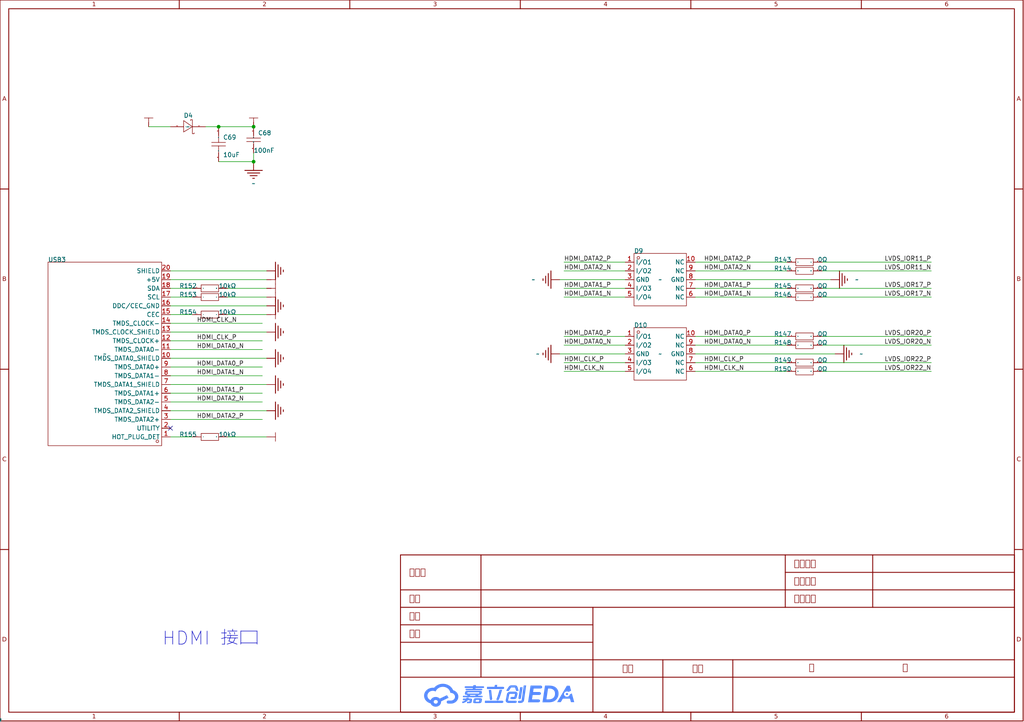
<source format=kicad_sch>
(kicad_sch (version 20250114) (generator "eeschema") (generator_version "9.0")
  (paper "User" 297.434 209.804)
  (lib_symbols
    (symbol "Library:0402WGF0000TCE"
      (property "Reference" "R" (at 0 0 0))
      (symbol "0402WGF0000TCE_1_0"
        (pin input line (at -5.08 0 0) (length 2.54) (name "1") (number "1"))
        (pin input line (at 5.08 0 180) (length 2.54) (name "2") (number "2"))
      )
    )
    (symbol "Library:0402WGF1002TCE"
      (property "Reference" "R" (at 0 0 0))
      (symbol "0402WGF1002TCE_1_0"
        (pin input line (at -5.08 0 0) (length 2.54) (name "1") (number "1"))
        (pin input line (at 5.08 0 180) (length 2.54) (name "2") (number "2"))
      )
    )
    (symbol "Library:1N5819WS"
      (property "Reference" "D" (at 0 0 0))
      (symbol "1N5819WS_1_0"
        (pin input line (at -5.08 0 0) (length 3.81) (name "K") (number "1"))
        (pin input line (at 5.08 0 180) (length 3.81) (name "A") (number "2"))
      )
    )
    (symbol "Library:CL05B104KO5NNNC"
      (property "Reference" "C" (at 0 0 0))
      (symbol "CL05B104KO5NNNC_1_0"
        (pin input line (at -3.81 0 0) (length 2.54) (name "1") (number "1"))
        (pin input line (at 3.81 0 180) (length 2.54) (name "2") (number "2"))
      )
    )
    (symbol "Library:CL10A106KP8NNNC"
      (property "Reference" "C" (at 0 0 0))
      (symbol "CL10A106KP8NNNC_1_0"
        (pin input line (at -5.08 0 0) (length 2.54) (name "1") (number "1"))
        (pin input line (at 5.08 0 180) (length 2.54) (name "2") (number "2"))
      )
    )
    (symbol "Library:Ground-GND" (power) (pin_numbers (hide yes)) (pin_names (hide yes))
      (symbol "Ground-GND_1_0"
        (pin power_in line (at 0 0 270) (length 2.54) (name "") (number "1"))
      )
    )
    (symbol "Library:HDMI-101S"
      (symbol "HDMI-101S_1_0"
        (pin unspecified line (at -19.05 24.13 0) (length 2.54) (name "HOT_PLUG_DET") (number "1"))
        (pin unspecified line (at -19.05 21.59 0) (length 2.54) (name "UTILITY") (number "2"))
        (pin unspecified line (at -19.05 19.05 0) (length 2.54) (name "TMDS_DATA2+") (number "3"))
        (pin unspecified line (at -19.05 16.51 0) (length 2.54) (name "TMDS_DATA2_SHIELD") (number "4"))
        (pin unspecified line (at -19.05 13.97 0) (length 2.54) (name "TMDS_DATA2-") (number "5"))
        (pin unspecified line (at -19.05 11.43 0) (length 2.54) (name "TMDS_DATA1+") (number "6"))
        (pin unspecified line (at -19.05 8.89 0) (length 2.54) (name "TMDS_DATA1_SHIELD") (number "7"))
        (pin unspecified line (at -19.05 6.35 0) (length 2.54) (name "TMDS_DATA1-") (number "8"))
        (pin unspecified line (at -19.05 3.81 0) (length 2.54) (name "TMDS_DATA0+") (number "9"))
        (pin unspecified line (at -19.05 1.27 0) (length 2.54) (name "TMDS_DATA0_SHIELD") (number "10"))
        (pin unspecified line (at -19.05 -1.27 0) (length 2.54) (name "TMDS_DATA0-") (number "11"))
        (pin unspecified line (at -19.05 -3.81 0) (length 2.54) (name "TMDS_CLOCK+") (number "12"))
        (pin unspecified line (at -19.05 -6.35 0) (length 2.54) (name "TMDS_CLOCK_SHIELD") (number "13"))
        (pin unspecified line (at -19.05 -8.89 0) (length 2.54) (name "TMDS_CLOCK-") (number "14"))
        (pin unspecified line (at -19.05 -11.43 0) (length 2.54) (name "CEC") (number "15"))
        (pin unspecified line (at -19.05 -13.97 0) (length 2.54) (name "DDC/CEC_GND") (number "16"))
        (pin unspecified line (at -19.05 -16.51 0) (length 2.54) (name "SCL") (number "17"))
        (pin unspecified line (at -19.05 -19.05 0) (length 2.54) (name "SDA") (number "18"))
        (pin unspecified line (at -19.05 -21.59 0) (length 2.54) (name "+5V") (number "19"))
        (pin unspecified line (at -19.05 -24.13 0) (length 2.54) (name "SHIELD") (number "20"))
      )
    )
    (symbol "Library:Power-VCC" (power) (pin_numbers (hide yes)) (pin_names (hide yes))
      (symbol "Power-VCC_1_0"
        (pin power_in line (at 0 0 90) (length 1.27) (name "+5V_IN") (number "1"))
      )
    )
    (symbol "Library:RCLAMP0524P_C907837"
      (property "Reference" "D" (at 0 0 0))
      (symbol "RCLAMP0524P_C907837_1_0"
        (pin input line (at -10.16 5.08 0) (length 2.54) (name "I/O1") (number "1"))
        (pin input line (at -10.16 2.54 0) (length 2.54) (name "I/O2") (number "2"))
        (pin input line (at -10.16 0 0) (length 2.54) (name "GND") (number "3"))
        (pin input line (at -10.16 -2.54 0) (length 2.54) (name "I/O3") (number "4"))
        (pin input line (at -10.16 -5.08 0) (length 2.54) (name "I/O4") (number "5"))
        (pin input line (at 10.16 5.08 180) (length 2.54) (name "NC") (number "10"))
        (pin input line (at 10.16 2.54 180) (length 2.54) (name "NC") (number "9"))
        (pin input line (at 10.16 0 180) (length 2.54) (name "GND") (number "8"))
        (pin input line (at 10.16 -2.54 180) (length 2.54) (name "NC") (number "7"))
        (pin input line (at 10.16 -5.08 180) (length 2.54) (name "NC") (number "6"))
      )
    )
    (symbol "Library:Sheet-Symbol_A4"
      (symbol "Sheet-Symbol_A4_1_0"
        (text "A" (at 1.27 180.7972 0) (effects (font (size 1.27 1.27))))
        (text "B" (at 1.27 128.4224 0) (effects (font (size 1.27 1.27))))
        (text "C" (at 1.27 76.0222 0) (effects (font (size 1.27 1.27))))
        (text "D" (at 1.27 23.6474 0) (effects (font (size 1.27 1.27))))
        (text "1" (at 27.305 208.28 0) (effects (font (size 1.27 1.27))))
        (text "1" (at 27.305 1.27 0) (effects (font (size 1.27 1.27))))
        (text "2" (at 76.835 208.28 0) (effects (font (size 1.27 1.27))))
        (text "2" (at 76.835 1.27 0) (effects (font (size 1.27 1.27))))
        (text "原理图" (at 118.872 43.18 0) (effects (font (size 1.905 1.905)) (justify left)))
        (text "图页" (at 118.872 35.56 0) (effects (font (size 1.905 1.905)) (justify left)))
        (text "绘制" (at 118.872 30.48 0) (effects (font (size 1.905 1.905)) (justify left)))
        (text "审阅" (at 118.872 25.4 0) (effects (font (size 1.905 1.905)) (justify left)))
        (text "3" (at 126.365 208.28 0) (effects (font (size 1.27 1.27))))
        (text "3" (at 126.365 1.27 0) (effects (font (size 1.27 1.27))))
        (text "4" (at 175.895 208.28 0) (effects (font (size 1.27 1.27))))
        (text "4" (at 175.895 1.27 0) (effects (font (size 1.27 1.27))))
        (text "版本" (at 182.372 15.24 0) (effects (font (size 1.905 1.905))))
        (text "尺寸" (at 202.692 15.24 0) (effects (font (size 1.905 1.905))))
        (text "5" (at 225.425 208.28 0) (effects (font (size 1.27 1.27))))
        (text "5" (at 225.425 1.27 0) (effects (font (size 1.27 1.27))))
        (text "更新日期" (at 230.632 45.72 0) (effects (font (size 1.905 1.905)) (justify left)))
        (text "创建日期" (at 230.632 40.64 0) (effects (font (size 1.905 1.905)) (justify left)))
        (text "物料编码" (at 230.632 35.56 0) (effects (font (size 1.905 1.905)) (justify left)))
        (text "页" (at 234.95 15.494 0) (effects (font (size 1.905 1.905)) (justify left)))
        (text "共" (at 262.128 15.494 0) (effects (font (size 1.905 1.905)) (justify left)))
        (text "6" (at 274.955 208.28 0) (effects (font (size 1.27 1.27))))
        (text "6" (at 274.955 1.27 0) (effects (font (size 1.27 1.27))))
        (text "A" (at 295.91 180.7972 0) (effects (font (size 1.27 1.27))))
        (text "B" (at 295.91 128.4224 0) (effects (font (size 1.27 1.27))))
        (text "C" (at 295.91 76.0222 0) (effects (font (size 1.27 1.27))))
        (text "D" (at 295.91 23.6474 0) (effects (font (size 1.27 1.27))))
      )
    )
  )
  (text "HDMI 接口" (at 46.99 187.96 0) (effects (font (size 3.81 3.81)) (justify left bottom)))
  (junction (at 63.5 36.83))
  (junction (at 73.66 46.99))
  (junction (at 73.66 36.83))
  (no_connect (at 49.5046 124.46))
  (wire (pts (xy 201.93 105.41) (xy 228.6 105.41)))
  (wire (pts (xy 77.47 111.76) (xy 49.53 111.76)))
  (wire (pts (xy 270.51 83.82) (xy 238.76 83.82)))
  (wire (pts (xy 49.53 93.98) (xy 76.2 93.98)))
  (wire (pts (xy 242.57 102.87) (xy 201.93 102.87)))
  (wire (pts (xy 49.53 78.74) (xy 77.47 78.74)))
  (wire (pts (xy 163.83 83.82) (xy 181.61 83.82)))
  (wire (pts (xy 73.66 44.45) (xy 73.66 46.99)))
  (wire (pts (xy 77.47 88.9) (xy 49.5046 88.9)))
  (wire (pts (xy 228.6 86.36) (xy 201.93 86.36)))
  (wire (pts (xy 77.47 83.82) (xy 66.04 83.82)))
  (wire (pts (xy 49.53 106.68) (xy 76.2 106.68)))
  (wire (pts (xy 181.61 81.28) (xy 162.56 81.28)))
  (wire (pts (xy 228.6 100.33) (xy 201.93 100.33)))
  (wire (pts (xy 163.83 97.79) (xy 181.61 97.79)))
  (wire (pts (xy 163.83 78.74) (xy 181.61 78.74)))
  (wire (pts (xy 270.51 76.2) (xy 238.76 76.2)))
  (wire (pts (xy 63.5 36.83) (xy 59.69 36.83)))
  (wire (pts (xy 49.53 101.6) (xy 76.2 101.6)))
  (wire (pts (xy 270.51 78.74) (xy 238.76 78.74)))
  (wire (pts (xy 49.5046 86.36) (xy 55.88 86.36)))
  (wire (pts (xy 270.51 100.33) (xy 238.76 100.33)))
  (wire (pts (xy 49.53 121.92) (xy 76.2 121.92)))
  (wire (pts (xy 228.6 78.74) (xy 201.93 78.74)))
  (wire (pts (xy 49.53 99.06) (xy 76.2 99.06)))
  (wire (pts (xy 77.47 96.52) (xy 49.53 96.52)))
  (wire (pts (xy 163.83 107.95) (xy 181.61 107.95)))
  (wire (pts (xy 228.6 83.82) (xy 201.93 83.82)))
  (wire (pts (xy 63.5 46.99) (xy 73.66 46.99)))
  (wire (pts (xy 43.18 36.83) (xy 49.53 36.83)))
  (wire (pts (xy 270.51 107.95) (xy 238.76 107.95)))
  (wire (pts (xy 55.88 127) (xy 49.53 127)))
  (wire (pts (xy 201.93 107.95) (xy 228.6 107.95)))
  (wire (pts (xy 270.51 97.79) (xy 238.76 97.79)))
  (wire (pts (xy 66.04 91.44) (xy 77.47 91.44)))
  (wire (pts (xy 49.53 109.22) (xy 76.2 109.22)))
  (wire (pts (xy 163.83 100.33) (xy 181.61 100.33)))
  (wire (pts (xy 270.51 105.41) (xy 238.76 105.41)))
  (wire (pts (xy 49.53 114.3) (xy 76.2 114.3)))
  (wire (pts (xy 228.6 76.2) (xy 201.93 76.2)))
  (wire (pts (xy 49.53 104.14) (xy 77.47 104.14)))
  (wire (pts (xy 163.83 86.36) (xy 181.61 86.36)))
  (wire (pts (xy 49.5046 83.82) (xy 55.88 83.82)))
  (wire (pts (xy 55.88 91.44) (xy 49.5046 91.44)))
  (wire (pts (xy 73.66 36.83) (xy 63.5 36.83)))
  (wire (pts (xy 77.47 81.28) (xy 49.53 81.28)))
  (wire (pts (xy 77.47 127) (xy 66.04 127)))
  (wire (pts (xy 228.6 97.79) (xy 201.93 97.79)))
  (wire (pts (xy 77.47 86.36) (xy 66.04 86.36)))
  (wire (pts (xy 162.56 102.87) (xy 181.61 102.87)))
  (wire (pts (xy 77.47 119.38) (xy 49.53 119.38)))
  (wire (pts (xy 163.83 76.2) (xy 181.61 76.2)))
  (wire (pts (xy 270.51 86.36) (xy 238.76 86.36)))
  (wire (pts (xy 49.53 116.84) (xy 76.2 116.84)))
  (wire (pts (xy 201.93 81.28) (xy 241.3 81.28)))
  (wire (pts (xy 163.83 105.41) (xy 181.61 105.41)))
  (label "HDMI_DATA2_P" (at 204.47 76.2 0))
  (label "HDMI_CLK_P" (at 163.83 105.41 0))
  (label "LVDS_IOR20_P" (at 270.51 97.79 180))
  (label "HDMI_DATA0_P" (at 163.83 97.79 0))
  (label "HDMI_DATA0_N" (at 57.15 101.6 0))
  (label "HDMI_DATA1_P" (at 204.47 83.82 0))
  (label "HDMI_DATA2_N" (at 163.83 78.74 0))
  (label "HDMI_DATA2_P" (at 57.15 121.92 0))
  (label "LVDS_IOR20_N" (at 270.51 100.33 180))
  (label "HDMI_DATA1_N" (at 163.83 86.36 0))
  (label "HDMI_DATA1_P" (at 57.15 114.3 0))
  (label "HDMI_CLK_P" (at 57.15 99.06 0))
  (label "HDMI_CLK_N" (at 163.83 107.95 0))
  (label "HDMI_CLK_N" (at 204.47 107.95 0))
  (label "HDMI_DATA2_P" (at 163.83 76.2 0))
  (label "HDMI_DATA0_N" (at 204.47 100.33 0))
  (label "LVDS_IOR17_N" (at 270.51 86.36 180))
  (label "HDMI_CLK_P" (at 204.47 105.41 0))
  (label "LVDS_IOR11_P" (at 270.51 76.2 180))
  (label "HDMI_DATA1_P" (at 163.83 83.82 0))
  (label "LVDS_IOR22_N" (at 270.51 107.95 180))
  (label "LVDS_IOR11_N" (at 270.51 78.74 180))
  (label "HDMI_DATA0_N" (at 163.83 100.33 0))
  (label "HDMI_DATA1_N" (at 204.47 86.36 0))
  (label "HDMI_DATA0_P" (at 204.47 97.79 0))
  (label "LVDS_IOR17_P" (at 270.51 83.82 180))
  (label "HDMI_CLK_N" (at 57.15 93.98 0))
  (label "LVDS_IOR22_P" (at 270.51 105.41 180))
  (label "HDMI_DATA1_N" (at 57.15 109.22 0))
  (label "HDMI_DATA2_N" (at 57.15 116.84 0))
  (label "HDMI_DATA0_P" (at 57.15 106.68 0))
  (label "HDMI_DATA2_N" (at 204.47 78.74 0))
  (symbol (lib_id "Library:0402WGF1002TCE") (at 60.96 83.82 0) (unit 1)
    (property "Reference" "R152" (at 52.07 83.82 0) (effects (justify left bottom)))
    (property "Value" "10kΩ" (at 63.5 83.82 0) (effects (justify left bottom)))
    (property "Footprint" "ProPrj_立创·-easyedapro:R0402" (effects (hide yes)))
    (property "Datasheet" "https://atta.szlcsc.com/upload/public/pdf/source/20200306/C422600_1E6D84923E4A46A82E41ADD87F860B5C.pdf" (effects (hide yes)))
    (property "Description" "电阻类型:厚膜电阻;阻值:10kΩ;精度:±1%;功率:62.5mW;温度系数:±100ppm/°C;" (effects (hide yes)))
    (property "Manufacturer Part" "0402WGF1002TCE" (effects (hide yes)))
    (property "Manufacturer" "UNI-ROYAL(厚声)" (effects (hide yes)))
    (property "Supplier Part" "C25744" (effects (hide yes)))
    (property "Supplier" "LCSC" (effects (hide yes)))
    (property "LCSC Part Name" "厚膜电阻 10kΩ ±1% 62.5mW" (effects (hide yes)))
  )
  (symbol (lib_id "Library:Ground-GND") (at 241.3 81.28 90) (unit 1)
    (property "Reference" "#PWR?" (effects (hide yes)))
    (property "Value" "~" (at 248.92 81.28 90))
    (property "Footprint" "ProPrj_立创·-easyedapro:" (effects (hide yes)))
  )
  (symbol (lib_id "Library:0402WGF0000TCE") (at 233.68 97.79 0) (unit 1)
    (property "Reference" "R147" (at 224.79 97.79 0) (effects (justify left bottom)))
    (property "Value" "0Ω" (at 237.49 97.79 0) (effects (justify left bottom)))
    (property "Footprint" "ProPrj_立创·-easyedapro:R0402" (effects (hide yes)))
    (property "Datasheet" "https://atta.szlcsc.com/upload/public/pdf/source/20200306/C422600_1E6D84923E4A46A82E41ADD87F860B5C.pdf" (effects (hide yes)))
    (property "Description" "电阻类型:厚膜电阻;阻值:0Ω;精度:±1%;功率:62.5mW;" (effects (hide yes)))
    (property "Manufacturer Part" "0402WGF0000TCE" (effects (hide yes)))
    (property "Manufacturer" "UNI-ROYAL(厚声)" (effects (hide yes)))
    (property "Supplier Part" "C17168" (effects (hide yes)))
    (property "Supplier" "LCSC" (effects (hide yes)))
    (property "LCSC Part Name" "0Ω ±1% 62.5mW" (effects (hide yes)))
  )
  (symbol (lib_id "Library:Ground-GND") (at 162.56 102.87 270) (unit 1)
    (property "Reference" "#PWR?" (effects (hide yes)))
    (property "Value" "~" (at 156.21 102.87 90))
    (property "Footprint" "ProPrj_立创·-easyedapro:" (effects (hide yes)))
  )
  (symbol (lib_id "Library:0402WGF1002TCE") (at 60.96 86.36 0) (unit 1)
    (property "Reference" "R153" (at 52.07 86.36 0) (effects (justify left bottom)))
    (property "Value" "10kΩ" (at 63.5 86.36 0) (effects (justify left bottom)))
    (property "Footprint" "ProPrj_立创·-easyedapro:R0402" (effects (hide yes)))
    (property "Datasheet" "https://atta.szlcsc.com/upload/public/pdf/source/20200306/C422600_1E6D84923E4A46A82E41ADD87F860B5C.pdf" (effects (hide yes)))
    (property "Description" "电阻类型:厚膜电阻;阻值:10kΩ;精度:±1%;功率:62.5mW;温度系数:±100ppm/°C;" (effects (hide yes)))
    (property "Manufacturer Part" "0402WGF1002TCE" (effects (hide yes)))
    (property "Manufacturer" "UNI-ROYAL(厚声)" (effects (hide yes)))
    (property "Supplier Part" "C25744" (effects (hide yes)))
    (property "Supplier" "LCSC" (effects (hide yes)))
    (property "LCSC Part Name" "厚膜电阻 10kΩ ±1% 62.5mW" (effects (hide yes)))
  )
  (symbol (lib_id "Library:Power-VCC") (at 43.18 36.83 0) (unit 1)
    (property "Reference" "#PWR?" (effects (hide yes)))
    (property "Value" "+5V_IN" (effects (hide yes)))
    (property "Footprint" "ProPrj_立创·-easyedapro:" (effects (hide yes)))
  )
  (symbol (lib_id "Library:RCLAMP0524P_C907837") (at 191.77 102.87 0) (unit 1)
    (property "Reference" "D10" (at 184.15 95.25 0) (effects (justify left bottom)))
    (property "Value" "~" (at 191.77 102.87 0))
    (property "Footprint" "ProPrj_立创·-easyedapro:DFN2510-10_L2.5-W1.0-P0.50-BL" (effects (hide yes)))
    (property "Datasheet" "https://atta.szlcsc.com/upload/public/pdf/source/20210810/AE3DE9AC94AD2A317FD9BEA10653400F.pdf" (effects (hide yes)))
    (property "Manufacturer Part" "RCLAMP0524P" (effects (hide yes)))
    (property "Manufacturer" "TECH PUBLIC(台舟)" (effects (hide yes)))
    (property "Supplier Part" "C907837" (effects (hide yes)))
    (property "Supplier" "LCSC" (effects (hide yes)))
    (property "LCSC Part Name" "RCLAMP0524P" (effects (hide yes)))
  )
  (symbol (lib_id "Library:0402WGF1002TCE") (at 60.96 127 0) (unit 1)
    (property "Reference" "R155" (at 52.07 127 0) (effects (justify left bottom)))
    (property "Value" "10kΩ" (at 63.5 127 0) (effects (justify left bottom)))
    (property "Footprint" "ProPrj_立创·-easyedapro:R0402" (effects (hide yes)))
    (property "Datasheet" "https://atta.szlcsc.com/upload/public/pdf/source/20200306/C422600_1E6D84923E4A46A82E41ADD87F860B5C.pdf" (effects (hide yes)))
    (property "Description" "电阻类型:厚膜电阻;阻值:10kΩ;精度:±1%;功率:62.5mW;温度系数:±100ppm/°C;" (effects (hide yes)))
    (property "Manufacturer Part" "0402WGF1002TCE" (effects (hide yes)))
    (property "Manufacturer" "UNI-ROYAL(厚声)" (effects (hide yes)))
    (property "Supplier Part" "C25744" (effects (hide yes)))
    (property "Supplier" "LCSC" (effects (hide yes)))
    (property "LCSC Part Name" "厚膜电阻 10kΩ ±1% 62.5mW" (effects (hide yes)))
  )
  (symbol (lib_id "Library:Power-VCC") (at 77.47 81.28 270) (unit 1)
    (property "Reference" "#PWR?" (effects (hide yes)))
    (property "Value" "HDMI_5V" (effects (hide yes)))
    (property "Footprint" "ProPrj_立创·-easyedapro:" (effects (hide yes)))
  )
  (symbol (lib_id "Library:0402WGF0000TCE") (at 233.68 76.2 0) (unit 1)
    (property "Reference" "R143" (at 224.79 76.2 0) (effects (justify left bottom)))
    (property "Value" "0Ω" (at 237.49 76.2 0) (effects (justify left bottom)))
    (property "Footprint" "ProPrj_立创·-easyedapro:R0402" (effects (hide yes)))
    (property "Datasheet" "https://atta.szlcsc.com/upload/public/pdf/source/20200306/C422600_1E6D84923E4A46A82E41ADD87F860B5C.pdf" (effects (hide yes)))
    (property "Description" "电阻类型:厚膜电阻;阻值:0Ω;精度:±1%;功率:62.5mW;" (effects (hide yes)))
    (property "Manufacturer Part" "0402WGF0000TCE" (effects (hide yes)))
    (property "Manufacturer" "UNI-ROYAL(厚声)" (effects (hide yes)))
    (property "Supplier Part" "C17168" (effects (hide yes)))
    (property "Supplier" "LCSC" (effects (hide yes)))
    (property "LCSC Part Name" "0Ω ±1% 62.5mW" (effects (hide yes)))
  )
  (symbol (lib_id "Library:RCLAMP0524P_C907837") (at 191.77 81.28 0) (unit 1)
    (property "Reference" "D9" (at 184.15 73.66 0) (effects (justify left bottom)))
    (property "Value" "~" (at 191.77 81.28 0))
    (property "Footprint" "ProPrj_立创·-easyedapro:DFN2510-10_L2.5-W1.0-P0.50-BL" (effects (hide yes)))
    (property "Datasheet" "https://atta.szlcsc.com/upload/public/pdf/source/20210810/AE3DE9AC94AD2A317FD9BEA10653400F.pdf" (effects (hide yes)))
    (property "Manufacturer Part" "RCLAMP0524P" (effects (hide yes)))
    (property "Manufacturer" "TECH PUBLIC(台舟)" (effects (hide yes)))
    (property "Supplier Part" "C907837" (effects (hide yes)))
    (property "Supplier" "LCSC" (effects (hide yes)))
    (property "LCSC Part Name" "RCLAMP0524P" (effects (hide yes)))
  )
  (symbol (lib_id "Library:0402WGF0000TCE") (at 233.68 105.41 0) (unit 1)
    (property "Reference" "R149" (at 224.79 105.41 0) (effects (justify left bottom)))
    (property "Value" "0Ω" (at 237.49 105.41 0) (effects (justify left bottom)))
    (property "Footprint" "ProPrj_立创·-easyedapro:R0402" (effects (hide yes)))
    (property "Datasheet" "https://atta.szlcsc.com/upload/public/pdf/source/20200306/C422600_1E6D84923E4A46A82E41ADD87F860B5C.pdf" (effects (hide yes)))
    (property "Description" "电阻类型:厚膜电阻;阻值:0Ω;精度:±1%;功率:62.5mW;" (effects (hide yes)))
    (property "Manufacturer Part" "0402WGF0000TCE" (effects (hide yes)))
    (property "Manufacturer" "UNI-ROYAL(厚声)" (effects (hide yes)))
    (property "Supplier Part" "C17168" (effects (hide yes)))
    (property "Supplier" "LCSC" (effects (hide yes)))
    (property "LCSC Part Name" "0Ω ±1% 62.5mW" (effects (hide yes)))
  )
  (symbol (lib_id "Library:CL10A106KP8NNNC") (at 63.5 41.91 90) (unit 1)
    (property "Reference" "C69" (at 64.77 40.64 90) (effects (justify right top)))
    (property "Value" "10uF" (at 64.77 45.72 90) (effects (justify right top)))
    (property "Footprint" "ProPrj_立创·-easyedapro:C0603" (effects (hide yes)))
    (property "Datasheet" "https://atta.szlcsc.com/upload/public/pdf/source/20160103/1457707703378.pdf" (effects (hide yes)))
    (property "Description" "容值:10uF;精度:±10%;额定电压:10V;材质(温度系数):X5R;" (effects (hide yes)))
    (property "Manufacturer Part" "CL10A106KP8NNNC" (effects (hide yes)))
    (property "Manufacturer" "SAMSUNG(三星)" (effects (hide yes)))
    (property "Supplier Part" "C19702" (effects (hide yes)))
    (property "Supplier" "LCSC" (effects (hide yes)))
    (property "LCSC Part Name" "10uF ±10% 10V" (effects (hide yes)))
  )
  (symbol (lib_id "Library:Sheet-Symbol_A4") (at 0 209.55 0) (unit 1)
    (property "Reference" "?" (at 0 209.55 0))
    (property "Value" "~" (at 0 209.55 0))
    (property "Footprint" "ProPrj_立创·-easyedapro:" (effects (hide yes)))
    (property "@Board Name" "立创·逻辑派FPGA-G1开发板" (effects (hide yes)))
    (property "@Create Date" "2025-01-08" (effects (hide yes)))
    (property "@Create Time" "15:14:25" (effects (hide yes)))
    (property "@Page Count" "10" (effects (hide yes)))
    (property "@Page Name" "FPGA_HDMI" (effects (hide yes)))
    (property "@Page No" "5" (effects (hide yes)))
    (property "@Project Name" "立创·逻辑派FPGA-G1开发板" (effects (hide yes)))
    (property "@Schematic Name" "原理图" (effects (hide yes)))
    (property "@Update Date" "2025-01-08" (effects (hide yes)))
    (property "@Update Time" "15:14:43" (effects (hide yes)))
    (property "Company" "嘉立创EDA" (effects (hide yes)))
    (property "Page Size" "A4" (effects (hide yes)))
    (property "Version" "V1.0" (effects (hide yes)))
  )
  (symbol (lib_id "Library:Ground-GND") (at 77.47 78.74 90) (unit 1)
    (property "Reference" "#PWR?" (effects (hide yes)))
    (property "Footprint" "ProPrj_立创·-easyedapro:" (effects (hide yes)))
  )
  (symbol (lib_id "Library:Power-VCC") (at 77.47 83.82 270) (unit 1)
    (property "Reference" "#PWR?" (effects (hide yes)))
    (property "Value" "HDMI_5V" (effects (hide yes)))
    (property "Footprint" "ProPrj_立创·-easyedapro:" (effects (hide yes)))
  )
  (symbol (lib_id "Library:Power-VCC") (at 77.47 86.36 270) (unit 1)
    (property "Reference" "#PWR?" (effects (hide yes)))
    (property "Value" "HDMI_5V" (effects (hide yes)))
    (property "Footprint" "ProPrj_立创·-easyedapro:" (effects (hide yes)))
  )
  (symbol (lib_id "Library:Ground-GND") (at 77.47 119.38 90) (unit 1)
    (property "Reference" "#PWR?" (effects (hide yes)))
    (property "Footprint" "ProPrj_立创·-easyedapro:" (effects (hide yes)))
  )
  (symbol (lib_id "Library:Power-VCC") (at 73.66 36.83 0) (unit 1)
    (property "Reference" "#PWR?" (effects (hide yes)))
    (property "Value" "HDMI_5V" (effects (hide yes)))
    (property "Footprint" "ProPrj_立创·-easyedapro:" (effects (hide yes)))
  )
  (symbol (lib_id "Library:Ground-GND") (at 242.57 102.87 90) (unit 1)
    (property "Reference" "#PWR?" (effects (hide yes)))
    (property "Value" "~" (at 250.19 102.87 90))
    (property "Footprint" "ProPrj_立创·-easyedapro:" (effects (hide yes)))
  )
  (symbol (lib_id "Library:0402WGF0000TCE") (at 233.68 100.33 0) (unit 1)
    (property "Reference" "R148" (at 224.79 100.33 0) (effects (justify left bottom)))
    (property "Value" "0Ω" (at 237.49 100.33 0) (effects (justify left bottom)))
    (property "Footprint" "ProPrj_立创·-easyedapro:R0402" (effects (hide yes)))
    (property "Datasheet" "https://atta.szlcsc.com/upload/public/pdf/source/20200306/C422600_1E6D84923E4A46A82E41ADD87F860B5C.pdf" (effects (hide yes)))
    (property "Description" "电阻类型:厚膜电阻;阻值:0Ω;精度:±1%;功率:62.5mW;" (effects (hide yes)))
    (property "Manufacturer Part" "0402WGF0000TCE" (effects (hide yes)))
    (property "Manufacturer" "UNI-ROYAL(厚声)" (effects (hide yes)))
    (property "Supplier Part" "C17168" (effects (hide yes)))
    (property "Supplier" "LCSC" (effects (hide yes)))
    (property "LCSC Part Name" "0Ω ±1% 62.5mW" (effects (hide yes)))
  )
  (symbol (lib_id "Library:0402WGF0000TCE") (at 233.68 83.82 0) (unit 1)
    (property "Reference" "R145" (at 224.79 83.82 0) (effects (justify left bottom)))
    (property "Value" "0Ω" (at 237.49 83.82 0) (effects (justify left bottom)))
    (property "Footprint" "ProPrj_立创·-easyedapro:R0402" (effects (hide yes)))
    (property "Datasheet" "https://atta.szlcsc.com/upload/public/pdf/source/20200306/C422600_1E6D84923E4A46A82E41ADD87F860B5C.pdf" (effects (hide yes)))
    (property "Description" "电阻类型:厚膜电阻;阻值:0Ω;精度:±1%;功率:62.5mW;" (effects (hide yes)))
    (property "Manufacturer Part" "0402WGF0000TCE" (effects (hide yes)))
    (property "Manufacturer" "UNI-ROYAL(厚声)" (effects (hide yes)))
    (property "Supplier Part" "C17168" (effects (hide yes)))
    (property "Supplier" "LCSC" (effects (hide yes)))
    (property "LCSC Part Name" "0Ω ±1% 62.5mW" (effects (hide yes)))
  )
  (symbol (lib_id "Library:Power-VCC") (at 77.47 127 270) (unit 1)
    (property "Reference" "#PWR?" (effects (hide yes)))
    (property "Value" "+3.3V" (effects (hide yes)))
    (property "Footprint" "ProPrj_立创·-easyedapro:" (effects (hide yes)))
  )
  (symbol (lib_id "Library:Ground-GND") (at 162.56 81.28 270) (unit 1)
    (property "Reference" "#PWR?" (effects (hide yes)))
    (property "Value" "~" (at 154.94 81.28 90))
    (property "Footprint" "ProPrj_立创·-easyedapro:" (effects (hide yes)))
  )
  (symbol (lib_id "Library:Ground-GND") (at 77.47 88.9 90) (unit 1)
    (property "Reference" "#PWR?" (effects (hide yes)))
    (property "Footprint" "ProPrj_立创·-easyedapro:" (effects (hide yes)))
  )
  (symbol (lib_id "Library:0402WGF0000TCE") (at 233.68 86.36 0) (unit 1)
    (property "Reference" "R146" (at 224.79 86.36 0) (effects (justify left bottom)))
    (property "Value" "0Ω" (at 237.49 86.36 0) (effects (justify left bottom)))
    (property "Footprint" "ProPrj_立创·-easyedapro:R0402" (effects (hide yes)))
    (property "Datasheet" "https://atta.szlcsc.com/upload/public/pdf/source/20200306/C422600_1E6D84923E4A46A82E41ADD87F860B5C.pdf" (effects (hide yes)))
    (property "Description" "电阻类型:厚膜电阻;阻值:0Ω;精度:±1%;功率:62.5mW;" (effects (hide yes)))
    (property "Manufacturer Part" "0402WGF0000TCE" (effects (hide yes)))
    (property "Manufacturer" "UNI-ROYAL(厚声)" (effects (hide yes)))
    (property "Supplier Part" "C17168" (effects (hide yes)))
    (property "Supplier" "LCSC" (effects (hide yes)))
    (property "LCSC Part Name" "0Ω ±1% 62.5mW" (effects (hide yes)))
  )
  (symbol (lib_id "Library:0402WGF0000TCE") (at 233.68 78.74 0) (unit 1)
    (property "Reference" "R144" (at 224.79 78.74 0) (effects (justify left bottom)))
    (property "Value" "0Ω" (at 237.49 78.74 0) (effects (justify left bottom)))
    (property "Footprint" "ProPrj_立创·-easyedapro:R0402" (effects (hide yes)))
    (property "Datasheet" "https://atta.szlcsc.com/upload/public/pdf/source/20200306/C422600_1E6D84923E4A46A82E41ADD87F860B5C.pdf" (effects (hide yes)))
    (property "Description" "电阻类型:厚膜电阻;阻值:0Ω;精度:±1%;功率:62.5mW;" (effects (hide yes)))
    (property "Manufacturer Part" "0402WGF0000TCE" (effects (hide yes)))
    (property "Manufacturer" "UNI-ROYAL(厚声)" (effects (hide yes)))
    (property "Supplier Part" "C17168" (effects (hide yes)))
    (property "Supplier" "LCSC" (effects (hide yes)))
    (property "LCSC Part Name" "0Ω ±1% 62.5mW" (effects (hide yes)))
  )
  (symbol (lib_id "Library:0402WGF0000TCE") (at 233.68 107.95 0) (unit 1)
    (property "Reference" "R150" (at 224.79 107.95 0) (effects (justify left bottom)))
    (property "Value" "0Ω" (at 237.49 107.95 0) (effects (justify left bottom)))
    (property "Footprint" "ProPrj_立创·-easyedapro:R0402" (effects (hide yes)))
    (property "Datasheet" "https://atta.szlcsc.com/upload/public/pdf/source/20200306/C422600_1E6D84923E4A46A82E41ADD87F860B5C.pdf" (effects (hide yes)))
    (property "Description" "电阻类型:厚膜电阻;阻值:0Ω;精度:±1%;功率:62.5mW;" (effects (hide yes)))
    (property "Manufacturer Part" "0402WGF0000TCE" (effects (hide yes)))
    (property "Manufacturer" "UNI-ROYAL(厚声)" (effects (hide yes)))
    (property "Supplier Part" "C17168" (effects (hide yes)))
    (property "Supplier" "LCSC" (effects (hide yes)))
    (property "LCSC Part Name" "0Ω ±1% 62.5mW" (effects (hide yes)))
  )
  (symbol (lib_id "Library:Ground-GND") (at 77.47 96.52 90) (unit 1)
    (property "Reference" "#PWR?" (effects (hide yes)))
    (property "Footprint" "ProPrj_立创·-easyedapro:" (effects (hide yes)))
  )
  (symbol (lib_id "Library:1N5819WS") (at 54.61 36.83 180) (unit 1)
    (property "Reference" "D4" (at 53.34 34.29 0) (effects (justify right top)))
    (property "Value" "~" (at 54.61 36.83 0))
    (property "Footprint" "ProPrj_立创·-easyedapro:SOD-323_L1.8-W1.3-LS2.5-RD" (effects (hide yes)))
    (property "Datasheet" "https://atta.szlcsc.com/upload/public/pdf/source/20220428/3CB86FD8D28D653594B4E35F9D5AEFD9.pdf" (effects (hide yes)))
    (property "Description" "直流反向耐压(Vr):40V;平均整流电流(Io):1A;正向压降(Vf):600mV@1A;" (effects (hide yes)))
    (property "Manufacturer Part" "1N5819WS" (effects (hide yes)))
    (property "Manufacturer" "Hottech(合科泰)" (effects (hide yes)))
    (property "Supplier Part" "C191023" (effects (hide yes)))
    (property "Supplier" "LCSC" (effects (hide yes)))
    (property "LCSC Part Name" "40V 1A 600mV@1A" (effects (hide yes)))
  )
  (symbol (lib_id "Library:Ground-GND") (at 77.47 104.14 90) (unit 1)
    (property "Reference" "#PWR?" (effects (hide yes)))
    (property "Footprint" "ProPrj_立创·-easyedapro:" (effects (hide yes)))
  )
  (symbol (lib_id "Library:Ground-GND") (at 77.47 111.76 90) (unit 1)
    (property "Reference" "#PWR?" (effects (hide yes)))
    (property "Footprint" "ProPrj_立创·-easyedapro:" (effects (hide yes)))
  )
  (symbol (lib_id "Library:Ground-GND") (at 73.66 46.99 0) (unit 1)
    (property "Reference" "#PWR?" (effects (hide yes)))
    (property "Value" "~" (at 73.66 53.34 0))
    (property "Footprint" "ProPrj_立创·-easyedapro:" (effects (hide yes)))
  )
  (symbol (lib_id "Library:HDMI-101S") (at 30.4546 102.87 180) (unit 1)
    (property "Reference" "USB3" (at 13.9446 76.2 0) (effects (justify right top)))
    (property "Value" "~" (at 30.4546 102.87 0))
    (property "Footprint" "ProPrj_立创·-easyedapro:hdmi-smd_hdmi-101s" (effects (hide yes)))
    (property "Manufacturer Part" "HDMI-101S" (effects (hide yes)))
    (property "Manufacturer" "XUNPU(讯普)" (effects (hide yes)))
    (property "Supplier Part" "C720620" (effects (hide yes)))
    (property "Supplier" "LCSC" (effects (hide yes)))
  )
  (symbol (lib_id "Library:Power-VCC") (at 77.47 91.44 270) (unit 1)
    (property "Reference" "#PWR?" (effects (hide yes)))
    (property "Value" "+3.3V" (effects (hide yes)))
    (property "Footprint" "ProPrj_立创·-easyedapro:" (effects (hide yes)))
  )
  (symbol (lib_id "Library:CL05B104KO5NNNC") (at 73.66 40.64 270) (unit 1)
    (property "Reference" "C68" (at 74.93 39.37 90) (effects (justify left bottom)))
    (property "Value" "100nF" (at 73.66 44.45 90) (effects (justify left bottom)))
    (property "Footprint" "ProPrj_立创·-easyedapro:C0402" (effects (hide yes)))
    (property "Datasheet" "https://atta.szlcsc.com/upload/public/pdf/source/20160218/1457707763339.pdf" (effects (hide yes)))
    (property "Description" "容值:100nF;精度:±10%;额定电压:16V;材质(温度系数):X7R;" (effects (hide yes)))
    (property "Manufacturer Part" "CL05B104KO5NNNC" (effects (hide yes)))
    (property "Manufacturer" "SAMSUNG(三星)" (effects (hide yes)))
    (property "Supplier Part" "C1525" (effects (hide yes)))
    (property "Supplier" "LCSC" (effects (hide yes)))
    (property "LCSC Part Name" "100nF ±10% 16V" (effects (hide yes)))
  )
  (symbol (lib_id "Library:0402WGF1002TCE") (at 60.96 91.44 0) (unit 1)
    (property "Reference" "R154" (at 52.07 91.44 0) (effects (justify left bottom)))
    (property "Value" "10kΩ" (at 63.5 91.44 0) (effects (justify left bottom)))
    (property "Footprint" "ProPrj_立创·-easyedapro:R0402" (effects (hide yes)))
    (property "Datasheet" "https://atta.szlcsc.com/upload/public/pdf/source/20200306/C422600_1E6D84923E4A46A82E41ADD87F860B5C.pdf" (effects (hide yes)))
    (property "Description" "电阻类型:厚膜电阻;阻值:10kΩ;精度:±1%;功率:62.5mW;温度系数:±100ppm/°C;" (effects (hide yes)))
    (property "Manufacturer Part" "0402WGF1002TCE" (effects (hide yes)))
    (property "Manufacturer" "UNI-ROYAL(厚声)" (effects (hide yes)))
    (property "Supplier Part" "C25744" (effects (hide yes)))
    (property "Supplier" "LCSC" (effects (hide yes)))
    (property "LCSC Part Name" "厚膜电阻 10kΩ ±1% 62.5mW" (effects (hide yes)))
  )
)
</source>
